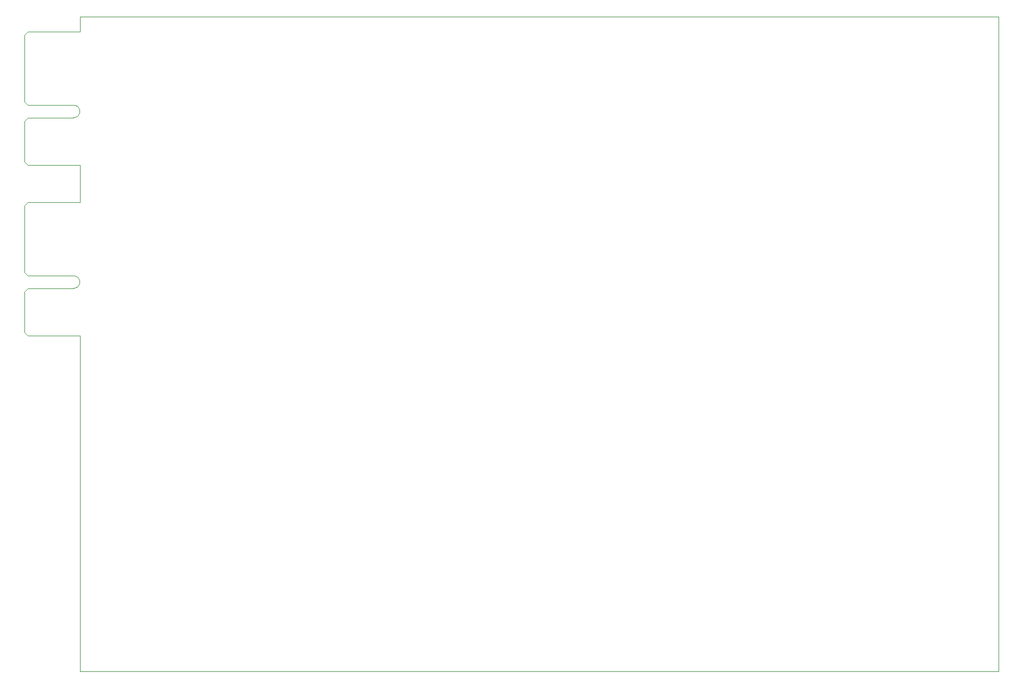
<source format=gbr>
%TF.GenerationSoftware,KiCad,Pcbnew,8.0.1*%
%TF.CreationDate,2024-04-21T01:40:20+02:00*%
%TF.ProjectId,EKO_Miner_BM1366-13xx_16-01A,454b4f5f-4d69-46e6-9572-5f424d313336,rev?*%
%TF.SameCoordinates,Original*%
%TF.FileFunction,Profile,NP*%
%FSLAX46Y46*%
G04 Gerber Fmt 4.6, Leading zero omitted, Abs format (unit mm)*
G04 Created by KiCad (PCBNEW 8.0.1) date 2024-04-21 01:40:20*
%MOMM*%
%LPD*%
G01*
G04 APERTURE LIST*
%TA.AperFunction,Profile*%
%ADD10C,0.100000*%
%TD*%
G04 APERTURE END LIST*
D10*
X74750000Y-73850000D02*
X74750000Y-125000000D01*
X74750000Y-27550000D02*
X74750000Y-25250000D01*
X74750000Y-125000000D02*
X214750000Y-125000000D01*
X74750000Y-47850000D02*
X74750000Y-53550000D01*
X74750000Y-25250000D02*
X214750000Y-25250000D01*
X214750000Y-125000000D02*
X214750000Y-25250000D01*
%TO.C,J2*%
X66350000Y-54050000D02*
X66350000Y-64250000D01*
X66350000Y-67150000D02*
X66350000Y-73350000D01*
X66850000Y-53550000D02*
X66350000Y-54050000D01*
X66850000Y-64750000D02*
X66350000Y-64250000D01*
X66850000Y-66650000D02*
X66350000Y-67150000D01*
X66850000Y-73850000D02*
X66350000Y-73350000D01*
X73800000Y-64750000D02*
X66850000Y-64750000D01*
X73800000Y-66650000D02*
X66850000Y-66650000D01*
X74750000Y-53550000D02*
X66850000Y-53550000D01*
X74750000Y-73850000D02*
X66850000Y-73850000D01*
X73800000Y-64750000D02*
G75*
G02*
X73800000Y-66650000I0J-950000D01*
G01*
%TO.C,J1*%
X66350000Y-28050000D02*
X66350000Y-38250000D01*
X66350000Y-41150000D02*
X66350000Y-47350000D01*
X66850000Y-27550000D02*
X66350000Y-28050000D01*
X66850000Y-38750000D02*
X66350000Y-38250000D01*
X66850000Y-40650000D02*
X66350000Y-41150000D01*
X66850000Y-47850000D02*
X66350000Y-47350000D01*
X73800000Y-38750000D02*
X66850000Y-38750000D01*
X73800000Y-40650000D02*
X66850000Y-40650000D01*
X74750000Y-27550000D02*
X66850000Y-27550000D01*
X74750000Y-47850000D02*
X66850000Y-47850000D01*
X73800000Y-38750000D02*
G75*
G02*
X73800000Y-40650000I0J-950000D01*
G01*
%TD*%
M02*

</source>
